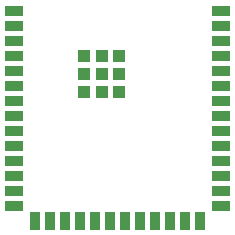
<source format=gbr>
%TF.GenerationSoftware,KiCad,Pcbnew,9.0.4-9.0.4-0~ubuntu22.04.1*%
%TF.CreationDate,2025-10-26T15:56:29+01:00*%
%TF.ProjectId,IndegoMower,496e6465-676f-44d6-9f77-65722e6b6963,rev?*%
%TF.SameCoordinates,Original*%
%TF.FileFunction,Paste,Top*%
%TF.FilePolarity,Positive*%
%FSLAX46Y46*%
G04 Gerber Fmt 4.6, Leading zero omitted, Abs format (unit mm)*
G04 Created by KiCad (PCBNEW 9.0.4-9.0.4-0~ubuntu22.04.1) date 2025-10-26 15:56:29*
%MOMM*%
%LPD*%
G01*
G04 APERTURE LIST*
%ADD10R,1.500000X0.900000*%
%ADD11R,0.900000X1.500000*%
%ADD12R,1.000000X1.000000*%
G04 APERTURE END LIST*
D10*
%TO.C,U14*%
X163000000Y-43500000D03*
X163000000Y-44770000D03*
X163000000Y-46040000D03*
X163000000Y-47310000D03*
X163000000Y-48580000D03*
X163000000Y-49850000D03*
X163000000Y-51120000D03*
X163000000Y-52390000D03*
X163000000Y-53660000D03*
X163000000Y-54930000D03*
X163000000Y-56200000D03*
X163000000Y-57470000D03*
X163000000Y-58740000D03*
X163000000Y-60010000D03*
D11*
X164765000Y-61260000D03*
X166035000Y-61260000D03*
X167305000Y-61260000D03*
X168575000Y-61260000D03*
X169845000Y-61260000D03*
X171115000Y-61260000D03*
X172385000Y-61260000D03*
X173655000Y-61260000D03*
X174925000Y-61260000D03*
X176195000Y-61260000D03*
X177465000Y-61260000D03*
X178735000Y-61260000D03*
D10*
X180500000Y-60010000D03*
X180500000Y-58740000D03*
X180500000Y-57470000D03*
X180500000Y-56200000D03*
X180500000Y-54930000D03*
X180500000Y-53660000D03*
X180500000Y-52390000D03*
X180500000Y-51120000D03*
X180500000Y-49850000D03*
X180500000Y-48580000D03*
X180500000Y-47310000D03*
X180500000Y-46040000D03*
X180500000Y-44770000D03*
X180500000Y-43500000D03*
D12*
X168890000Y-47350000D03*
X168890000Y-48850000D03*
X168890000Y-50350000D03*
X170390000Y-47350000D03*
X170390000Y-48850000D03*
X170390000Y-50350000D03*
X171890000Y-47350000D03*
X171890000Y-48850000D03*
X171890000Y-50350000D03*
%TD*%
M02*

</source>
